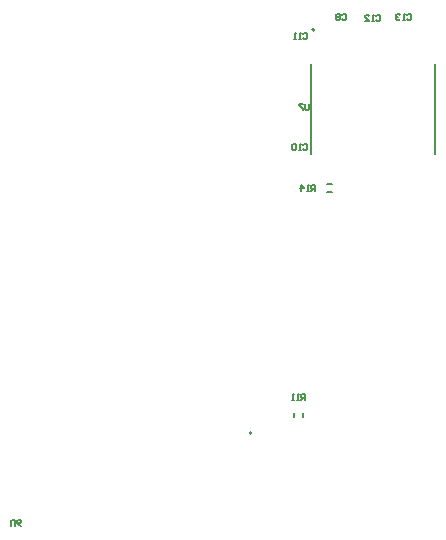
<source format=gbo>
G04*
G04 #@! TF.GenerationSoftware,Altium Limited,CircuitStudio,1.5.2 (30)*
G04*
G04 Layer_Color=13948096*
%FSLAX25Y25*%
%MOIN*%
G70*
G01*
G75*
%ADD33C,0.00500*%
%ADD35C,0.00787*%
D33*
X1102767Y758389D02*
Y788311D01*
X1061429Y758389D02*
Y788311D01*
X1071965Y804516D02*
X1072298Y804849D01*
X1072965D01*
X1073298Y804516D01*
Y803183D01*
X1072965Y802850D01*
X1072298D01*
X1071965Y803183D01*
X1071299Y804516D02*
X1070965Y804849D01*
X1070299D01*
X1069966Y804516D01*
Y804183D01*
X1070299Y803850D01*
X1069966Y803516D01*
Y803183D01*
X1070299Y802850D01*
X1070965D01*
X1071299Y803183D01*
Y803516D01*
X1070965Y803850D01*
X1071299Y804183D01*
Y804516D01*
X1070965Y803850D02*
X1070299D01*
X1058967Y761316D02*
X1059300Y761649D01*
X1059967D01*
X1060300Y761316D01*
Y759983D01*
X1059967Y759650D01*
X1059300D01*
X1058967Y759983D01*
X1058301Y759650D02*
X1057634D01*
X1057967D01*
Y761649D01*
X1058301Y761316D01*
X1056635D02*
X1056301Y761649D01*
X1055635D01*
X1055302Y761316D01*
Y759983D01*
X1055635Y759650D01*
X1056301D01*
X1056635Y759983D01*
Y761316D01*
X1058867Y798416D02*
X1059200Y798749D01*
X1059867D01*
X1060200Y798416D01*
Y797083D01*
X1059867Y796750D01*
X1059200D01*
X1058867Y797083D01*
X1058201Y796750D02*
X1057534D01*
X1057867D01*
Y798749D01*
X1058201Y798416D01*
X1056534Y796750D02*
X1055868D01*
X1056201D01*
Y798749D01*
X1056534Y798416D01*
X1083165Y804416D02*
X1083498Y804749D01*
X1084165D01*
X1084498Y804416D01*
Y803083D01*
X1084165Y802750D01*
X1083498D01*
X1083165Y803083D01*
X1082499Y802750D02*
X1081832D01*
X1082166D01*
Y804749D01*
X1082499Y804416D01*
X1079500Y802750D02*
X1080833D01*
X1079500Y804083D01*
Y804416D01*
X1079833Y804749D01*
X1080499D01*
X1080833Y804416D01*
X1093365Y804716D02*
X1093698Y805049D01*
X1094365D01*
X1094698Y804716D01*
Y803383D01*
X1094365Y803050D01*
X1093698D01*
X1093365Y803383D01*
X1092699Y803050D02*
X1092032D01*
X1092365D01*
Y805049D01*
X1092699Y804716D01*
X1091033D02*
X1090699Y805049D01*
X1090033D01*
X1089700Y804716D01*
Y804383D01*
X1090033Y804050D01*
X1090366D01*
X1090033D01*
X1089700Y803716D01*
Y803383D01*
X1090033Y803050D01*
X1090699D01*
X1091033Y803383D01*
X1059500Y676250D02*
Y678249D01*
X1058500D01*
X1058167Y677916D01*
Y677250D01*
X1058500Y676916D01*
X1059500D01*
X1058834D02*
X1058167Y676250D01*
X1057501D02*
X1056834D01*
X1057167D01*
Y678249D01*
X1057501Y677916D01*
X1055834Y676250D02*
X1055168D01*
X1055501D01*
Y678249D01*
X1055834Y677916D01*
X1060700Y774849D02*
Y773183D01*
X1060367Y772850D01*
X1059700D01*
X1059367Y773183D01*
Y774849D01*
X1058701D02*
X1057368D01*
Y774516D01*
X1058701Y773183D01*
Y772850D01*
X1062800Y746150D02*
Y748149D01*
X1061800D01*
X1061467Y747816D01*
Y747150D01*
X1061800Y746816D01*
X1062800D01*
X1062134D02*
X1061467Y746150D01*
X1060801D02*
X1060134D01*
X1060467D01*
Y748149D01*
X1060801Y747816D01*
X1058135Y746150D02*
Y748149D01*
X1059134Y747150D01*
X1057802D01*
X961650Y634201D02*
Y635867D01*
X961983Y636200D01*
X962650D01*
X962983Y635867D01*
Y634201D01*
X964982D02*
X964316Y634534D01*
X963649Y635200D01*
Y635867D01*
X963983Y636200D01*
X964649D01*
X964982Y635867D01*
Y635534D01*
X964649Y635200D01*
X963649D01*
D35*
X1062669Y799748D02*
G03*
X1062669Y799748I-394J0D01*
G01*
X1041739Y665250D02*
G03*
X1041739Y665250I-394J0D01*
G01*
X1058778Y670563D02*
Y672137D01*
X1056022Y670563D02*
Y672137D01*
X1066813Y748428D02*
X1068387D01*
X1066813Y745672D02*
X1068387D01*
M02*

</source>
